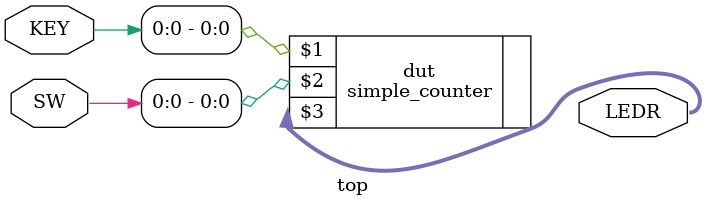
<source format=v>
module top (SW, KEY, LEDR);

    input wire [9:0] SW;        // DE-series switches
    input wire [3:0] KEY;       // DE-series pushbuttons

    output wire [9:0] LEDR;     // DE-series LEDs   

    simple_counter dut (KEY[0], SW[0], LEDR);
 
endmodule


</source>
